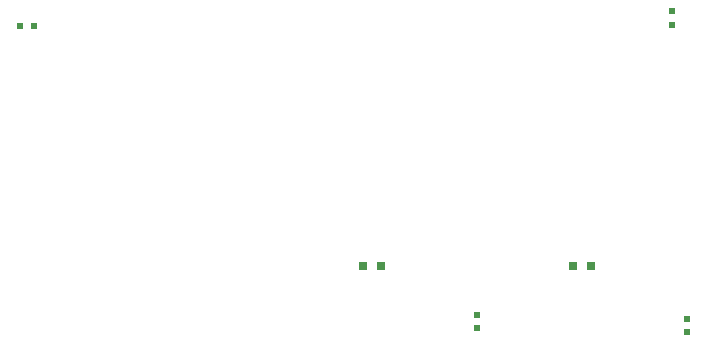
<source format=gbr>
G04 EAGLE Gerber RS-274X export*
G75*
%MOMM*%
%FSLAX34Y34*%
%LPD*%
%INSolderpaste Top*%
%IPPOS*%
%AMOC8*
5,1,8,0,0,1.08239X$1,22.5*%
G01*
%ADD10R,0.800000X0.800000*%
%ADD11R,0.508000X0.609600*%
%ADD12R,0.609600X0.508000*%


D10*
X845700Y266700D03*
X830700Y266700D03*
X667900Y266700D03*
X652900Y266700D03*
D11*
X927100Y210312D03*
X927100Y221488D03*
X749300Y213487D03*
X749300Y224663D03*
D12*
X362712Y469900D03*
X373888Y469900D03*
D11*
X914400Y470662D03*
X914400Y481838D03*
M02*

</source>
